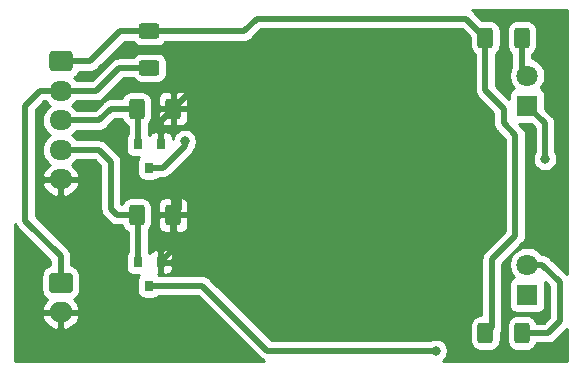
<source format=gbr>
%TF.GenerationSoftware,KiCad,Pcbnew,(6.0.4)*%
%TF.CreationDate,2022-04-25T12:40:36+02:00*%
%TF.ProjectId,switchpcb,73776974-6368-4706-9362-2e6b69636164,rev?*%
%TF.SameCoordinates,Original*%
%TF.FileFunction,Copper,L2,Bot*%
%TF.FilePolarity,Positive*%
%FSLAX46Y46*%
G04 Gerber Fmt 4.6, Leading zero omitted, Abs format (unit mm)*
G04 Created by KiCad (PCBNEW (6.0.4)) date 2022-04-25 12:40:36*
%MOMM*%
%LPD*%
G01*
G04 APERTURE LIST*
G04 Aperture macros list*
%AMRoundRect*
0 Rectangle with rounded corners*
0 $1 Rounding radius*
0 $2 $3 $4 $5 $6 $7 $8 $9 X,Y pos of 4 corners*
0 Add a 4 corners polygon primitive as box body*
4,1,4,$2,$3,$4,$5,$6,$7,$8,$9,$2,$3,0*
0 Add four circle primitives for the rounded corners*
1,1,$1+$1,$2,$3*
1,1,$1+$1,$4,$5*
1,1,$1+$1,$6,$7*
1,1,$1+$1,$8,$9*
0 Add four rect primitives between the rounded corners*
20,1,$1+$1,$2,$3,$4,$5,0*
20,1,$1+$1,$4,$5,$6,$7,0*
20,1,$1+$1,$6,$7,$8,$9,0*
20,1,$1+$1,$8,$9,$2,$3,0*%
G04 Aperture macros list end*
%TA.AperFunction,ComponentPad*%
%ADD10R,1.800000X1.800000*%
%TD*%
%TA.AperFunction,ComponentPad*%
%ADD11C,1.800000*%
%TD*%
%TA.AperFunction,ComponentPad*%
%ADD12RoundRect,0.250000X-0.750000X0.600000X-0.750000X-0.600000X0.750000X-0.600000X0.750000X0.600000X0*%
%TD*%
%TA.AperFunction,ComponentPad*%
%ADD13O,2.000000X1.700000*%
%TD*%
%TA.AperFunction,SMDPad,CuDef*%
%ADD14R,0.800000X0.900000*%
%TD*%
%TA.AperFunction,SMDPad,CuDef*%
%ADD15RoundRect,0.250000X-0.625000X0.400000X-0.625000X-0.400000X0.625000X-0.400000X0.625000X0.400000X0*%
%TD*%
%TA.AperFunction,ComponentPad*%
%ADD16RoundRect,0.250000X-0.725000X0.600000X-0.725000X-0.600000X0.725000X-0.600000X0.725000X0.600000X0*%
%TD*%
%TA.AperFunction,ComponentPad*%
%ADD17O,1.950000X1.700000*%
%TD*%
%TA.AperFunction,SMDPad,CuDef*%
%ADD18RoundRect,0.250000X-0.400000X-0.625000X0.400000X-0.625000X0.400000X0.625000X-0.400000X0.625000X0*%
%TD*%
%TA.AperFunction,WasherPad*%
%ADD19C,18.000000*%
%TD*%
%TA.AperFunction,ViaPad*%
%ADD20C,0.800000*%
%TD*%
%TA.AperFunction,Conductor*%
%ADD21C,0.500000*%
%TD*%
%TA.AperFunction,Conductor*%
%ADD22C,0.254000*%
%TD*%
G04 APERTURE END LIST*
D10*
%TO.P,D1,1*%
%TO.N,Net-(D1-Pad1)*%
X69000000Y-107750000D03*
D11*
%TO.P,D1,2*%
%TO.N,Net-(D1-Pad2)*%
X69000000Y-105210000D03*
%TD*%
D10*
%TO.P,D2,1*%
%TO.N,Net-(D2-Pad1)*%
X69000000Y-123750000D03*
D11*
%TO.P,D2,2*%
%TO.N,Net-(D2-Pad2)*%
X69000000Y-121210000D03*
%TD*%
D12*
%TO.P,J2,1*%
%TO.N,/SW*%
X29500000Y-122750000D03*
D13*
%TO.P,J2,2*%
%TO.N,GND*%
X29500000Y-125250000D03*
%TD*%
D14*
%TO.P,Q1,1*%
%TO.N,/On*%
X36050000Y-111000000D03*
%TO.P,Q1,2*%
%TO.N,GND*%
X37950000Y-111000000D03*
%TO.P,Q1,3*%
%TO.N,Net-(D1-Pad1)*%
X37000000Y-113000000D03*
%TD*%
%TO.P,Q2,1*%
%TO.N,/StompMode*%
X36050000Y-121000000D03*
%TO.P,Q2,2*%
%TO.N,GND*%
X37950000Y-121000000D03*
%TO.P,Q2,3*%
%TO.N,Net-(D2-Pad1)*%
X37000000Y-123000000D03*
%TD*%
D15*
%TO.P,R3,1*%
%TO.N,+3V3*%
X37000000Y-101450000D03*
%TO.P,R3,2*%
%TO.N,/SW*%
X37000000Y-104550000D03*
%TD*%
D16*
%TO.P,J1,1*%
%TO.N,+3V3*%
X29500000Y-104000000D03*
D17*
%TO.P,J1,2*%
%TO.N,/SW*%
X29500000Y-106500000D03*
%TO.P,J1,3*%
%TO.N,/On*%
X29500000Y-109000000D03*
%TO.P,J1,4*%
%TO.N,/StompMode*%
X29500000Y-111500000D03*
%TO.P,J1,5*%
%TO.N,GND*%
X29500000Y-114000000D03*
%TD*%
D18*
%TO.P,R1,1*%
%TO.N,+3V3*%
X65450000Y-102000000D03*
%TO.P,R1,2*%
%TO.N,Net-(D1-Pad2)*%
X68550000Y-102000000D03*
%TD*%
%TO.P,R4,1*%
%TO.N,/On*%
X35925001Y-108000000D03*
%TO.P,R4,2*%
%TO.N,GND*%
X39025001Y-108000000D03*
%TD*%
%TO.P,R5,1*%
%TO.N,/StompMode*%
X35925001Y-117000000D03*
%TO.P,R5,2*%
%TO.N,GND*%
X39025001Y-117000000D03*
%TD*%
%TO.P,R2,1*%
%TO.N,+3V3*%
X65450000Y-127000000D03*
%TO.P,R2,2*%
%TO.N,Net-(D2-Pad2)*%
X68550000Y-127000000D03*
%TD*%
D19*
%TO.P,Swtich,*%
%TO.N,*%
X54000000Y-114500000D03*
%TD*%
D20*
%TO.N,Net-(D1-Pad1)*%
X70500000Y-112250000D03*
X40000000Y-110750000D03*
%TO.N,Net-(D2-Pad1)*%
X61250000Y-128500000D03*
%TO.N,GND*%
X40500000Y-103750000D03*
X39500000Y-114500000D03*
%TD*%
D21*
%TO.N,Net-(D1-Pad1)*%
X70500000Y-109250000D02*
X69000000Y-107750000D01*
X40000000Y-111150002D02*
X40000000Y-110750000D01*
X37000000Y-113000000D02*
X38150002Y-113000000D01*
X70500000Y-112250000D02*
X70500000Y-109250000D01*
X38150002Y-113000000D02*
X40000000Y-111150002D01*
%TO.N,Net-(D1-Pad2)*%
X68550000Y-102000000D02*
X68550000Y-104760000D01*
X68550000Y-104760000D02*
X69000000Y-105210000D01*
%TO.N,Net-(D2-Pad2)*%
X68550000Y-127000000D02*
X70750000Y-127000000D01*
X70750000Y-127000000D02*
X71750000Y-126000000D01*
X71750000Y-122687208D02*
X70272792Y-121210000D01*
X71750000Y-126000000D02*
X71750000Y-122687208D01*
X70272792Y-121210000D02*
X69000000Y-121210000D01*
%TO.N,Net-(D2-Pad1)*%
X41500000Y-123000000D02*
X47000000Y-128500000D01*
X37000000Y-123000000D02*
X41500000Y-123000000D01*
X47000000Y-128500000D02*
X61250000Y-128500000D01*
%TO.N,+3V3*%
X63824990Y-100374990D02*
X65450000Y-102000000D01*
X68000000Y-110250000D02*
X68000000Y-118750000D01*
X65450000Y-106450000D02*
X67000000Y-108000000D01*
X32000000Y-104000000D02*
X34550000Y-101450000D01*
X67000000Y-109250000D02*
X68000000Y-110250000D01*
X66000000Y-120750000D02*
X66000000Y-126450000D01*
X29500000Y-104000000D02*
X32000000Y-104000000D01*
X34550000Y-101450000D02*
X37000000Y-101450000D01*
X46125010Y-100374990D02*
X63824990Y-100374990D01*
X37000000Y-101450000D02*
X45050000Y-101450000D01*
X45050000Y-101450000D02*
X46125010Y-100374990D01*
X67000000Y-108000000D02*
X67000000Y-109250000D01*
X68000000Y-118750000D02*
X66000000Y-120750000D01*
X66000000Y-126450000D02*
X65450000Y-127000000D01*
X65450000Y-102000000D02*
X65450000Y-106450000D01*
%TO.N,/SW*%
X29500000Y-120500000D02*
X26500000Y-117500000D01*
X27750000Y-106500000D02*
X29500000Y-106500000D01*
X26500000Y-117500000D02*
X26500000Y-107750000D01*
X26500000Y-107750000D02*
X27750000Y-106500000D01*
X32500000Y-106500000D02*
X34450000Y-104550000D01*
X34450000Y-104550000D02*
X37000000Y-104550000D01*
X29500000Y-106500000D02*
X32500000Y-106500000D01*
X29500000Y-122750000D02*
X29500000Y-120500000D01*
%TO.N,/On*%
X33750000Y-108000000D02*
X35925001Y-108000000D01*
X36050000Y-108124999D02*
X35925001Y-108000000D01*
X32750000Y-109000000D02*
X33750000Y-108000000D01*
X29500000Y-109000000D02*
X32750000Y-109000000D01*
X36050000Y-111000000D02*
X36050000Y-108124999D01*
%TO.N,/StompMode*%
X29500000Y-111500000D02*
X32750000Y-111500000D01*
X32750000Y-111500000D02*
X33750000Y-112500000D01*
X33750000Y-112500000D02*
X33750000Y-116500000D01*
X36050000Y-117124999D02*
X35925001Y-117000000D01*
X36050000Y-121000000D02*
X36050000Y-117124999D01*
X33750000Y-116500000D02*
X34250000Y-117000000D01*
X34250000Y-117000000D02*
X35925001Y-117000000D01*
%TO.N,GND*%
X39500000Y-116525001D02*
X39025001Y-117000000D01*
X39500000Y-114500000D02*
X39500000Y-116525001D01*
X37950000Y-111000000D02*
X37950000Y-109075001D01*
X40500000Y-106525001D02*
X39025001Y-108000000D01*
X39025001Y-119924999D02*
X37950000Y-121000000D01*
X40500000Y-103750000D02*
X40500000Y-106525001D01*
X37950000Y-109075001D02*
X39025001Y-108000000D01*
X39025001Y-117000000D02*
X39025001Y-119924999D01*
%TD*%
%TO.N,GND*%
D22*
X72340001Y-122025630D02*
X70929326Y-120614956D01*
X70901609Y-120581183D01*
X70766851Y-120470589D01*
X70613105Y-120388411D01*
X70446282Y-120337805D01*
X70316269Y-120325000D01*
X70316261Y-120325000D01*
X70272792Y-120320719D01*
X70253218Y-120322647D01*
X70192312Y-120231495D01*
X69978505Y-120017688D01*
X69727095Y-119849701D01*
X69447743Y-119733989D01*
X69151184Y-119675000D01*
X68848816Y-119675000D01*
X68552257Y-119733989D01*
X68272905Y-119849701D01*
X68021495Y-120017688D01*
X67807688Y-120231495D01*
X67639701Y-120482905D01*
X67523989Y-120762257D01*
X67465000Y-121058816D01*
X67465000Y-121361184D01*
X67523989Y-121657743D01*
X67639701Y-121937095D01*
X67807688Y-122188505D01*
X67874127Y-122254944D01*
X67855820Y-122260498D01*
X67745506Y-122319463D01*
X67648815Y-122398815D01*
X67569463Y-122495506D01*
X67510498Y-122605820D01*
X67474188Y-122725518D01*
X67461928Y-122850000D01*
X67461928Y-124650000D01*
X67474188Y-124774482D01*
X67510498Y-124894180D01*
X67569463Y-125004494D01*
X67648815Y-125101185D01*
X67745506Y-125180537D01*
X67855820Y-125239502D01*
X67975518Y-125275812D01*
X68100000Y-125288072D01*
X69900000Y-125288072D01*
X70024482Y-125275812D01*
X70144180Y-125239502D01*
X70254494Y-125180537D01*
X70351185Y-125101185D01*
X70430537Y-125004494D01*
X70489502Y-124894180D01*
X70525812Y-124774482D01*
X70538072Y-124650000D01*
X70538072Y-122850000D01*
X70525812Y-122725518D01*
X70521057Y-122709844D01*
X70865001Y-123053788D01*
X70865000Y-125633421D01*
X70383422Y-126115000D01*
X69794694Y-126115000D01*
X69770472Y-126035150D01*
X69688405Y-125881614D01*
X69577962Y-125747038D01*
X69443386Y-125636595D01*
X69289850Y-125554528D01*
X69123254Y-125503992D01*
X68950000Y-125486928D01*
X68150000Y-125486928D01*
X67976746Y-125503992D01*
X67810150Y-125554528D01*
X67656614Y-125636595D01*
X67522038Y-125747038D01*
X67411595Y-125881614D01*
X67329528Y-126035150D01*
X67278992Y-126201746D01*
X67261928Y-126375000D01*
X67261928Y-127625000D01*
X67278992Y-127798254D01*
X67329528Y-127964850D01*
X67411595Y-128118386D01*
X67522038Y-128252962D01*
X67656614Y-128363405D01*
X67810150Y-128445472D01*
X67976746Y-128496008D01*
X68150000Y-128513072D01*
X68950000Y-128513072D01*
X69123254Y-128496008D01*
X69289850Y-128445472D01*
X69443386Y-128363405D01*
X69577962Y-128252962D01*
X69688405Y-128118386D01*
X69770472Y-127964850D01*
X69794694Y-127885000D01*
X70706531Y-127885000D01*
X70750000Y-127889281D01*
X70793469Y-127885000D01*
X70793477Y-127885000D01*
X70923490Y-127872195D01*
X71090313Y-127821589D01*
X71244059Y-127739411D01*
X71378817Y-127628817D01*
X71406534Y-127595044D01*
X72340001Y-126661578D01*
X72340001Y-129340000D01*
X61855802Y-129340000D01*
X61909774Y-129303937D01*
X62053937Y-129159774D01*
X62167205Y-128990256D01*
X62245226Y-128801898D01*
X62285000Y-128601939D01*
X62285000Y-128398061D01*
X62245226Y-128198102D01*
X62167205Y-128009744D01*
X62053937Y-127840226D01*
X61909774Y-127696063D01*
X61740256Y-127582795D01*
X61551898Y-127504774D01*
X61351939Y-127465000D01*
X61148061Y-127465000D01*
X60948102Y-127504774D01*
X60759744Y-127582795D01*
X60711546Y-127615000D01*
X47366579Y-127615000D01*
X42156534Y-122404956D01*
X42128817Y-122371183D01*
X41994059Y-122260589D01*
X41840313Y-122178411D01*
X41673490Y-122127805D01*
X41543477Y-122115000D01*
X41543469Y-122115000D01*
X41500000Y-122110719D01*
X41456531Y-122115000D01*
X37864468Y-122115000D01*
X37851185Y-122098815D01*
X37754494Y-122019463D01*
X37738393Y-122010857D01*
X37823000Y-121926250D01*
X37823000Y-121127000D01*
X38077000Y-121127000D01*
X38077000Y-121926250D01*
X38235750Y-122085000D01*
X38350000Y-122088072D01*
X38474482Y-122075812D01*
X38594180Y-122039502D01*
X38704494Y-121980537D01*
X38801185Y-121901185D01*
X38880537Y-121804494D01*
X38939502Y-121694180D01*
X38975812Y-121574482D01*
X38988072Y-121450000D01*
X38985000Y-121285750D01*
X38826250Y-121127000D01*
X38077000Y-121127000D01*
X37823000Y-121127000D01*
X37803000Y-121127000D01*
X37803000Y-120873000D01*
X37823000Y-120873000D01*
X37823000Y-120073750D01*
X38077000Y-120073750D01*
X38077000Y-120873000D01*
X38826250Y-120873000D01*
X38985000Y-120714250D01*
X38988072Y-120550000D01*
X38975812Y-120425518D01*
X38939502Y-120305820D01*
X38880537Y-120195506D01*
X38801185Y-120098815D01*
X38704494Y-120019463D01*
X38594180Y-119960498D01*
X38474482Y-119924188D01*
X38350000Y-119911928D01*
X38235750Y-119915000D01*
X38077000Y-120073750D01*
X37823000Y-120073750D01*
X37664250Y-119915000D01*
X37550000Y-119911928D01*
X37425518Y-119924188D01*
X37305820Y-119960498D01*
X37195506Y-120019463D01*
X37098815Y-120098815D01*
X37019463Y-120195506D01*
X37000000Y-120231918D01*
X36980537Y-120195506D01*
X36935000Y-120140019D01*
X36935000Y-118267704D01*
X36952963Y-118252962D01*
X37063406Y-118118386D01*
X37145473Y-117964850D01*
X37172728Y-117875000D01*
X37736929Y-117875000D01*
X37749189Y-117999482D01*
X37785499Y-118119180D01*
X37844464Y-118229494D01*
X37923816Y-118326185D01*
X38020507Y-118405537D01*
X38130821Y-118464502D01*
X38250519Y-118500812D01*
X38375001Y-118513072D01*
X38739251Y-118510000D01*
X38898001Y-118351250D01*
X38898001Y-117127000D01*
X39152001Y-117127000D01*
X39152001Y-118351250D01*
X39310751Y-118510000D01*
X39675001Y-118513072D01*
X39799483Y-118500812D01*
X39919181Y-118464502D01*
X40029495Y-118405537D01*
X40126186Y-118326185D01*
X40205538Y-118229494D01*
X40264503Y-118119180D01*
X40300813Y-117999482D01*
X40313073Y-117875000D01*
X40310001Y-117285750D01*
X40151251Y-117127000D01*
X39152001Y-117127000D01*
X38898001Y-117127000D01*
X37898751Y-117127000D01*
X37740001Y-117285750D01*
X37736929Y-117875000D01*
X37172728Y-117875000D01*
X37196009Y-117798254D01*
X37213073Y-117625000D01*
X37213073Y-116375000D01*
X37196009Y-116201746D01*
X37172729Y-116125000D01*
X37736929Y-116125000D01*
X37740001Y-116714250D01*
X37898751Y-116873000D01*
X38898001Y-116873000D01*
X38898001Y-115648750D01*
X39152001Y-115648750D01*
X39152001Y-116873000D01*
X40151251Y-116873000D01*
X40310001Y-116714250D01*
X40313073Y-116125000D01*
X40300813Y-116000518D01*
X40264503Y-115880820D01*
X40205538Y-115770506D01*
X40126186Y-115673815D01*
X40029495Y-115594463D01*
X39919181Y-115535498D01*
X39799483Y-115499188D01*
X39675001Y-115486928D01*
X39310751Y-115490000D01*
X39152001Y-115648750D01*
X38898001Y-115648750D01*
X38739251Y-115490000D01*
X38375001Y-115486928D01*
X38250519Y-115499188D01*
X38130821Y-115535498D01*
X38020507Y-115594463D01*
X37923816Y-115673815D01*
X37844464Y-115770506D01*
X37785499Y-115880820D01*
X37749189Y-116000518D01*
X37736929Y-116125000D01*
X37172729Y-116125000D01*
X37145473Y-116035150D01*
X37063406Y-115881614D01*
X36952963Y-115747038D01*
X36818387Y-115636595D01*
X36664851Y-115554528D01*
X36498255Y-115503992D01*
X36325001Y-115486928D01*
X35525001Y-115486928D01*
X35351747Y-115503992D01*
X35185151Y-115554528D01*
X35031615Y-115636595D01*
X34897039Y-115747038D01*
X34786596Y-115881614D01*
X34704529Y-116035150D01*
X34680307Y-116115000D01*
X34635000Y-116115000D01*
X34635000Y-112543469D01*
X34639281Y-112500000D01*
X34635000Y-112456531D01*
X34635000Y-112456523D01*
X34622195Y-112326510D01*
X34602198Y-112260589D01*
X34571589Y-112159686D01*
X34489411Y-112005941D01*
X34406532Y-111904953D01*
X34406530Y-111904951D01*
X34378817Y-111871183D01*
X34345050Y-111843471D01*
X33406534Y-110904956D01*
X33378817Y-110871183D01*
X33244059Y-110760589D01*
X33090313Y-110678411D01*
X32923490Y-110627805D01*
X32793477Y-110615000D01*
X32793469Y-110615000D01*
X32750000Y-110610719D01*
X32706531Y-110615000D01*
X30819759Y-110615000D01*
X30680134Y-110444866D01*
X30454014Y-110259294D01*
X30436626Y-110250000D01*
X30454014Y-110240706D01*
X30680134Y-110055134D01*
X30819759Y-109885000D01*
X32706531Y-109885000D01*
X32750000Y-109889281D01*
X32793469Y-109885000D01*
X32793477Y-109885000D01*
X32923490Y-109872195D01*
X33090313Y-109821589D01*
X33244059Y-109739411D01*
X33378817Y-109628817D01*
X33406534Y-109595044D01*
X34116579Y-108885000D01*
X34680307Y-108885000D01*
X34704529Y-108964850D01*
X34786596Y-109118386D01*
X34897039Y-109252962D01*
X35031615Y-109363405D01*
X35165001Y-109434701D01*
X35165000Y-110140018D01*
X35119463Y-110195506D01*
X35060498Y-110305820D01*
X35024188Y-110425518D01*
X35011928Y-110550000D01*
X35011928Y-111450000D01*
X35024188Y-111574482D01*
X35060498Y-111694180D01*
X35119463Y-111804494D01*
X35198815Y-111901185D01*
X35295506Y-111980537D01*
X35405820Y-112039502D01*
X35525518Y-112075812D01*
X35650000Y-112088072D01*
X36161905Y-112088072D01*
X36148815Y-112098815D01*
X36069463Y-112195506D01*
X36010498Y-112305820D01*
X35974188Y-112425518D01*
X35961928Y-112550000D01*
X35961928Y-113450000D01*
X35974188Y-113574482D01*
X36010498Y-113694180D01*
X36069463Y-113804494D01*
X36148815Y-113901185D01*
X36245506Y-113980537D01*
X36355820Y-114039502D01*
X36475518Y-114075812D01*
X36600000Y-114088072D01*
X37400000Y-114088072D01*
X37524482Y-114075812D01*
X37644180Y-114039502D01*
X37754494Y-113980537D01*
X37807953Y-113936664D01*
X46842134Y-113936664D01*
X46842134Y-115063336D01*
X47018384Y-116176138D01*
X47366545Y-117247667D01*
X47878044Y-118251540D01*
X48540285Y-119163037D01*
X49336963Y-119959715D01*
X50248460Y-120621956D01*
X51252333Y-121133455D01*
X52323862Y-121481616D01*
X53436664Y-121657866D01*
X54563336Y-121657866D01*
X55676138Y-121481616D01*
X56747667Y-121133455D01*
X57751540Y-120621956D01*
X58663037Y-119959715D01*
X59459715Y-119163037D01*
X60121956Y-118251540D01*
X60633455Y-117247667D01*
X60981616Y-116176138D01*
X61157866Y-115063336D01*
X61157866Y-113936664D01*
X60981616Y-112823862D01*
X60633455Y-111752333D01*
X60121956Y-110748460D01*
X59459715Y-109836963D01*
X58663037Y-109040285D01*
X57751540Y-108378044D01*
X56747667Y-107866545D01*
X55676138Y-107518384D01*
X54563336Y-107342134D01*
X53436664Y-107342134D01*
X52323862Y-107518384D01*
X51252333Y-107866545D01*
X50248460Y-108378044D01*
X49336963Y-109040285D01*
X48540285Y-109836963D01*
X47878044Y-110748460D01*
X47366545Y-111752333D01*
X47018384Y-112823862D01*
X46842134Y-113936664D01*
X37807953Y-113936664D01*
X37851185Y-113901185D01*
X37864468Y-113885000D01*
X38106533Y-113885000D01*
X38150002Y-113889281D01*
X38193471Y-113885000D01*
X38193479Y-113885000D01*
X38323492Y-113872195D01*
X38490315Y-113821589D01*
X38644061Y-113739411D01*
X38778819Y-113628817D01*
X38806536Y-113595044D01*
X40595050Y-111806531D01*
X40628817Y-111778819D01*
X40739411Y-111644061D01*
X40821589Y-111490315D01*
X40872195Y-111323492D01*
X40874029Y-111304874D01*
X40917205Y-111240256D01*
X40995226Y-111051898D01*
X41035000Y-110851939D01*
X41035000Y-110648061D01*
X40995226Y-110448102D01*
X40917205Y-110259744D01*
X40803937Y-110090226D01*
X40659774Y-109946063D01*
X40490256Y-109832795D01*
X40301898Y-109754774D01*
X40101939Y-109715000D01*
X39898061Y-109715000D01*
X39698102Y-109754774D01*
X39509744Y-109832795D01*
X39340226Y-109946063D01*
X39196063Y-110090226D01*
X39082795Y-110259744D01*
X39004774Y-110448102D01*
X38986891Y-110538007D01*
X38975812Y-110425518D01*
X38939502Y-110305820D01*
X38880537Y-110195506D01*
X38801185Y-110098815D01*
X38704494Y-110019463D01*
X38594180Y-109960498D01*
X38474482Y-109924188D01*
X38350000Y-109911928D01*
X38235750Y-109915000D01*
X38077000Y-110073750D01*
X38077000Y-110873000D01*
X38097000Y-110873000D01*
X38097000Y-111127000D01*
X38077000Y-111127000D01*
X38077000Y-111147000D01*
X37823000Y-111147000D01*
X37823000Y-111127000D01*
X37803000Y-111127000D01*
X37803000Y-110873000D01*
X37823000Y-110873000D01*
X37823000Y-110073750D01*
X37664250Y-109915000D01*
X37550000Y-109911928D01*
X37425518Y-109924188D01*
X37305820Y-109960498D01*
X37195506Y-110019463D01*
X37098815Y-110098815D01*
X37019463Y-110195506D01*
X37000000Y-110231918D01*
X36980537Y-110195506D01*
X36935000Y-110140019D01*
X36935000Y-109267704D01*
X36952963Y-109252962D01*
X37063406Y-109118386D01*
X37145473Y-108964850D01*
X37172728Y-108875000D01*
X37736929Y-108875000D01*
X37749189Y-108999482D01*
X37785499Y-109119180D01*
X37844464Y-109229494D01*
X37923816Y-109326185D01*
X38020507Y-109405537D01*
X38130821Y-109464502D01*
X38250519Y-109500812D01*
X38375001Y-109513072D01*
X38739251Y-109510000D01*
X38898001Y-109351250D01*
X38898001Y-108127000D01*
X39152001Y-108127000D01*
X39152001Y-109351250D01*
X39310751Y-109510000D01*
X39675001Y-109513072D01*
X39799483Y-109500812D01*
X39919181Y-109464502D01*
X40029495Y-109405537D01*
X40126186Y-109326185D01*
X40205538Y-109229494D01*
X40264503Y-109119180D01*
X40300813Y-108999482D01*
X40313073Y-108875000D01*
X40310001Y-108285750D01*
X40151251Y-108127000D01*
X39152001Y-108127000D01*
X38898001Y-108127000D01*
X37898751Y-108127000D01*
X37740001Y-108285750D01*
X37736929Y-108875000D01*
X37172728Y-108875000D01*
X37196009Y-108798254D01*
X37213073Y-108625000D01*
X37213073Y-107375000D01*
X37196009Y-107201746D01*
X37172729Y-107125000D01*
X37736929Y-107125000D01*
X37740001Y-107714250D01*
X37898751Y-107873000D01*
X38898001Y-107873000D01*
X38898001Y-106648750D01*
X39152001Y-106648750D01*
X39152001Y-107873000D01*
X40151251Y-107873000D01*
X40310001Y-107714250D01*
X40313073Y-107125000D01*
X40300813Y-107000518D01*
X40264503Y-106880820D01*
X40205538Y-106770506D01*
X40126186Y-106673815D01*
X40029495Y-106594463D01*
X39919181Y-106535498D01*
X39799483Y-106499188D01*
X39675001Y-106486928D01*
X39310751Y-106490000D01*
X39152001Y-106648750D01*
X38898001Y-106648750D01*
X38739251Y-106490000D01*
X38375001Y-106486928D01*
X38250519Y-106499188D01*
X38130821Y-106535498D01*
X38020507Y-106594463D01*
X37923816Y-106673815D01*
X37844464Y-106770506D01*
X37785499Y-106880820D01*
X37749189Y-107000518D01*
X37736929Y-107125000D01*
X37172729Y-107125000D01*
X37145473Y-107035150D01*
X37063406Y-106881614D01*
X36952963Y-106747038D01*
X36818387Y-106636595D01*
X36664851Y-106554528D01*
X36498255Y-106503992D01*
X36325001Y-106486928D01*
X35525001Y-106486928D01*
X35351747Y-106503992D01*
X35185151Y-106554528D01*
X35031615Y-106636595D01*
X34897039Y-106747038D01*
X34786596Y-106881614D01*
X34704529Y-107035150D01*
X34680307Y-107115000D01*
X33793469Y-107115000D01*
X33750000Y-107110719D01*
X33706531Y-107115000D01*
X33706523Y-107115000D01*
X33576510Y-107127805D01*
X33409686Y-107178411D01*
X33255941Y-107260589D01*
X33154953Y-107343468D01*
X33154951Y-107343470D01*
X33121183Y-107371183D01*
X33093470Y-107404951D01*
X32383422Y-108115000D01*
X30819759Y-108115000D01*
X30680134Y-107944866D01*
X30454014Y-107759294D01*
X30436626Y-107750000D01*
X30454014Y-107740706D01*
X30680134Y-107555134D01*
X30819759Y-107385000D01*
X32456531Y-107385000D01*
X32500000Y-107389281D01*
X32543469Y-107385000D01*
X32543477Y-107385000D01*
X32673490Y-107372195D01*
X32840313Y-107321589D01*
X32994059Y-107239411D01*
X33128817Y-107128817D01*
X33156534Y-107095044D01*
X34816579Y-105435000D01*
X35632113Y-105435000D01*
X35636595Y-105443386D01*
X35747038Y-105577962D01*
X35881614Y-105688405D01*
X36035150Y-105770472D01*
X36201746Y-105821008D01*
X36375000Y-105838072D01*
X37625000Y-105838072D01*
X37798254Y-105821008D01*
X37964850Y-105770472D01*
X38118386Y-105688405D01*
X38252962Y-105577962D01*
X38363405Y-105443386D01*
X38445472Y-105289850D01*
X38496008Y-105123254D01*
X38513072Y-104950000D01*
X38513072Y-104150000D01*
X38496008Y-103976746D01*
X38445472Y-103810150D01*
X38363405Y-103656614D01*
X38252962Y-103522038D01*
X38118386Y-103411595D01*
X37964850Y-103329528D01*
X37798254Y-103278992D01*
X37625000Y-103261928D01*
X36375000Y-103261928D01*
X36201746Y-103278992D01*
X36035150Y-103329528D01*
X35881614Y-103411595D01*
X35747038Y-103522038D01*
X35636595Y-103656614D01*
X35632113Y-103665000D01*
X34493465Y-103665000D01*
X34449999Y-103660719D01*
X34406533Y-103665000D01*
X34406523Y-103665000D01*
X34276510Y-103677805D01*
X34109687Y-103728411D01*
X33955941Y-103810589D01*
X33955939Y-103810590D01*
X33955940Y-103810590D01*
X33854953Y-103893468D01*
X33854951Y-103893470D01*
X33821183Y-103921183D01*
X33793470Y-103954951D01*
X32133422Y-105615000D01*
X30819759Y-105615000D01*
X30680134Y-105444866D01*
X30616663Y-105392777D01*
X30718386Y-105338405D01*
X30852962Y-105227962D01*
X30963405Y-105093386D01*
X31045472Y-104939850D01*
X31062110Y-104885000D01*
X31956531Y-104885000D01*
X32000000Y-104889281D01*
X32043469Y-104885000D01*
X32043477Y-104885000D01*
X32173490Y-104872195D01*
X32340313Y-104821589D01*
X32494059Y-104739411D01*
X32628817Y-104628817D01*
X32656534Y-104595044D01*
X34916579Y-102335000D01*
X35632113Y-102335000D01*
X35636595Y-102343386D01*
X35747038Y-102477962D01*
X35881614Y-102588405D01*
X36035150Y-102670472D01*
X36201746Y-102721008D01*
X36375000Y-102738072D01*
X37625000Y-102738072D01*
X37798254Y-102721008D01*
X37964850Y-102670472D01*
X38118386Y-102588405D01*
X38252962Y-102477962D01*
X38363405Y-102343386D01*
X38367887Y-102335000D01*
X45006531Y-102335000D01*
X45050000Y-102339281D01*
X45093469Y-102335000D01*
X45093477Y-102335000D01*
X45223490Y-102322195D01*
X45390313Y-102271589D01*
X45544059Y-102189411D01*
X45678817Y-102078817D01*
X45706534Y-102045044D01*
X46491589Y-101259990D01*
X63458412Y-101259990D01*
X64161928Y-101963507D01*
X64161928Y-102625000D01*
X64178992Y-102798254D01*
X64229528Y-102964850D01*
X64311595Y-103118386D01*
X64422038Y-103252962D01*
X64556614Y-103363405D01*
X64565000Y-103367888D01*
X64565001Y-106406521D01*
X64560719Y-106450000D01*
X64577805Y-106623490D01*
X64628412Y-106790313D01*
X64710590Y-106944059D01*
X64793468Y-107045046D01*
X64793471Y-107045049D01*
X64821184Y-107078817D01*
X64854951Y-107106529D01*
X66115000Y-108366579D01*
X66115001Y-109206522D01*
X66110719Y-109250000D01*
X66127805Y-109423490D01*
X66178412Y-109590313D01*
X66260590Y-109744059D01*
X66343468Y-109845046D01*
X66343471Y-109845049D01*
X66371184Y-109878817D01*
X66404951Y-109906529D01*
X67115000Y-110616579D01*
X67115001Y-118383420D01*
X65404956Y-120093466D01*
X65371183Y-120121183D01*
X65260589Y-120255942D01*
X65178411Y-120409688D01*
X65127805Y-120576511D01*
X65115000Y-120706524D01*
X65115000Y-120706531D01*
X65110719Y-120750000D01*
X65115000Y-120793469D01*
X65115001Y-125486928D01*
X65050000Y-125486928D01*
X64876746Y-125503992D01*
X64710150Y-125554528D01*
X64556614Y-125636595D01*
X64422038Y-125747038D01*
X64311595Y-125881614D01*
X64229528Y-126035150D01*
X64178992Y-126201746D01*
X64161928Y-126375000D01*
X64161928Y-127625000D01*
X64178992Y-127798254D01*
X64229528Y-127964850D01*
X64311595Y-128118386D01*
X64422038Y-128252962D01*
X64556614Y-128363405D01*
X64710150Y-128445472D01*
X64876746Y-128496008D01*
X65050000Y-128513072D01*
X65850000Y-128513072D01*
X66023254Y-128496008D01*
X66189850Y-128445472D01*
X66343386Y-128363405D01*
X66477962Y-128252962D01*
X66588405Y-128118386D01*
X66670472Y-127964850D01*
X66721008Y-127798254D01*
X66738072Y-127625000D01*
X66738072Y-126945691D01*
X66739411Y-126944059D01*
X66821589Y-126790313D01*
X66872195Y-126623490D01*
X66885000Y-126493477D01*
X66885000Y-126493467D01*
X66889281Y-126450001D01*
X66885000Y-126406535D01*
X66885000Y-121116578D01*
X68595049Y-119406530D01*
X68628817Y-119378817D01*
X68739411Y-119244059D01*
X68821589Y-119090313D01*
X68872195Y-118923490D01*
X68885000Y-118793477D01*
X68885000Y-118793467D01*
X68889281Y-118750001D01*
X68885000Y-118706535D01*
X68885000Y-110293469D01*
X68889281Y-110250000D01*
X68885000Y-110206531D01*
X68885000Y-110206523D01*
X68872195Y-110076510D01*
X68852198Y-110010589D01*
X68821589Y-109909686D01*
X68739411Y-109755941D01*
X68656532Y-109654953D01*
X68656530Y-109654951D01*
X68628817Y-109621183D01*
X68595050Y-109593471D01*
X68289651Y-109288072D01*
X69286493Y-109288072D01*
X69615001Y-109616580D01*
X69615000Y-111711545D01*
X69582795Y-111759744D01*
X69504774Y-111948102D01*
X69465000Y-112148061D01*
X69465000Y-112351939D01*
X69504774Y-112551898D01*
X69582795Y-112740256D01*
X69696063Y-112909774D01*
X69840226Y-113053937D01*
X70009744Y-113167205D01*
X70198102Y-113245226D01*
X70398061Y-113285000D01*
X70601939Y-113285000D01*
X70801898Y-113245226D01*
X70990256Y-113167205D01*
X71159774Y-113053937D01*
X71303937Y-112909774D01*
X71417205Y-112740256D01*
X71495226Y-112551898D01*
X71535000Y-112351939D01*
X71535000Y-112148061D01*
X71495226Y-111948102D01*
X71417205Y-111759744D01*
X71385000Y-111711546D01*
X71385000Y-109293465D01*
X71389281Y-109249999D01*
X71385000Y-109206533D01*
X71385000Y-109206523D01*
X71372195Y-109076510D01*
X71321589Y-108909687D01*
X71239411Y-108755941D01*
X71200796Y-108708889D01*
X71156532Y-108654953D01*
X71156530Y-108654951D01*
X71128817Y-108621183D01*
X71095049Y-108593470D01*
X70538072Y-108036493D01*
X70538072Y-106850000D01*
X70525812Y-106725518D01*
X70489502Y-106605820D01*
X70430537Y-106495506D01*
X70351185Y-106398815D01*
X70254494Y-106319463D01*
X70144180Y-106260498D01*
X70125873Y-106254944D01*
X70192312Y-106188505D01*
X70360299Y-105937095D01*
X70476011Y-105657743D01*
X70535000Y-105361184D01*
X70535000Y-105058816D01*
X70476011Y-104762257D01*
X70360299Y-104482905D01*
X70192312Y-104231495D01*
X69978505Y-104017688D01*
X69727095Y-103849701D01*
X69447743Y-103733989D01*
X69435000Y-103731454D01*
X69435000Y-103367887D01*
X69443386Y-103363405D01*
X69577962Y-103252962D01*
X69688405Y-103118386D01*
X69770472Y-102964850D01*
X69821008Y-102798254D01*
X69838072Y-102625000D01*
X69838072Y-101375000D01*
X69821008Y-101201746D01*
X69770472Y-101035150D01*
X69688405Y-100881614D01*
X69577962Y-100747038D01*
X69443386Y-100636595D01*
X69289850Y-100554528D01*
X69123254Y-100503992D01*
X68950000Y-100486928D01*
X68150000Y-100486928D01*
X67976746Y-100503992D01*
X67810150Y-100554528D01*
X67656614Y-100636595D01*
X67522038Y-100747038D01*
X67411595Y-100881614D01*
X67329528Y-101035150D01*
X67278992Y-101201746D01*
X67261928Y-101375000D01*
X67261928Y-102625000D01*
X67278992Y-102798254D01*
X67329528Y-102964850D01*
X67411595Y-103118386D01*
X67522038Y-103252962D01*
X67656614Y-103363405D01*
X67665000Y-103367888D01*
X67665001Y-104445041D01*
X67639701Y-104482905D01*
X67523989Y-104762257D01*
X67465000Y-105058816D01*
X67465000Y-105361184D01*
X67523989Y-105657743D01*
X67639701Y-105937095D01*
X67807688Y-106188505D01*
X67874127Y-106254944D01*
X67855820Y-106260498D01*
X67745506Y-106319463D01*
X67648815Y-106398815D01*
X67569463Y-106495506D01*
X67510498Y-106605820D01*
X67474188Y-106725518D01*
X67461928Y-106850000D01*
X67461928Y-107210349D01*
X66335000Y-106083422D01*
X66335000Y-103367887D01*
X66343386Y-103363405D01*
X66477962Y-103252962D01*
X66588405Y-103118386D01*
X66670472Y-102964850D01*
X66721008Y-102798254D01*
X66738072Y-102625000D01*
X66738072Y-101375000D01*
X66721008Y-101201746D01*
X66670472Y-101035150D01*
X66588405Y-100881614D01*
X66477962Y-100747038D01*
X66343386Y-100636595D01*
X66189850Y-100554528D01*
X66023254Y-100503992D01*
X65850000Y-100486928D01*
X65188506Y-100486928D01*
X64481524Y-99779946D01*
X64453807Y-99746173D01*
X64348806Y-99660000D01*
X72340000Y-99660000D01*
X72340001Y-122025630D01*
X72340001Y-122025630D02*
X72340000Y-99660000D01*
%TA.AperFunction,Conductor*%
G36*
X72340001Y-122025630D02*
G01*
X70929326Y-120614956D01*
X70901609Y-120581183D01*
X70766851Y-120470589D01*
X70613105Y-120388411D01*
X70446282Y-120337805D01*
X70316269Y-120325000D01*
X70316261Y-120325000D01*
X70272792Y-120320719D01*
X70253218Y-120322647D01*
X70192312Y-120231495D01*
X69978505Y-120017688D01*
X69727095Y-119849701D01*
X69447743Y-119733989D01*
X69151184Y-119675000D01*
X68848816Y-119675000D01*
X68552257Y-119733989D01*
X68272905Y-119849701D01*
X68021495Y-120017688D01*
X67807688Y-120231495D01*
X67639701Y-120482905D01*
X67523989Y-120762257D01*
X67465000Y-121058816D01*
X67465000Y-121361184D01*
X67523989Y-121657743D01*
X67639701Y-121937095D01*
X67807688Y-122188505D01*
X67874127Y-122254944D01*
X67855820Y-122260498D01*
X67745506Y-122319463D01*
X67648815Y-122398815D01*
X67569463Y-122495506D01*
X67510498Y-122605820D01*
X67474188Y-122725518D01*
X67461928Y-122850000D01*
X67461928Y-124650000D01*
X67474188Y-124774482D01*
X67510498Y-124894180D01*
X67569463Y-125004494D01*
X67648815Y-125101185D01*
X67745506Y-125180537D01*
X67855820Y-125239502D01*
X67975518Y-125275812D01*
X68100000Y-125288072D01*
X69900000Y-125288072D01*
X70024482Y-125275812D01*
X70144180Y-125239502D01*
X70254494Y-125180537D01*
X70351185Y-125101185D01*
X70430537Y-125004494D01*
X70489502Y-124894180D01*
X70525812Y-124774482D01*
X70538072Y-124650000D01*
X70538072Y-122850000D01*
X70525812Y-122725518D01*
X70521057Y-122709844D01*
X70865001Y-123053788D01*
X70865000Y-125633421D01*
X70383422Y-126115000D01*
X69794694Y-126115000D01*
X69770472Y-126035150D01*
X69688405Y-125881614D01*
X69577962Y-125747038D01*
X69443386Y-125636595D01*
X69289850Y-125554528D01*
X69123254Y-125503992D01*
X68950000Y-125486928D01*
X68150000Y-125486928D01*
X67976746Y-125503992D01*
X67810150Y-125554528D01*
X67656614Y-125636595D01*
X67522038Y-125747038D01*
X67411595Y-125881614D01*
X67329528Y-126035150D01*
X67278992Y-126201746D01*
X67261928Y-126375000D01*
X67261928Y-127625000D01*
X67278992Y-127798254D01*
X67329528Y-127964850D01*
X67411595Y-128118386D01*
X67522038Y-128252962D01*
X67656614Y-128363405D01*
X67810150Y-128445472D01*
X67976746Y-128496008D01*
X68150000Y-128513072D01*
X68950000Y-128513072D01*
X69123254Y-128496008D01*
X69289850Y-128445472D01*
X69443386Y-128363405D01*
X69577962Y-128252962D01*
X69688405Y-128118386D01*
X69770472Y-127964850D01*
X69794694Y-127885000D01*
X70706531Y-127885000D01*
X70750000Y-127889281D01*
X70793469Y-127885000D01*
X70793477Y-127885000D01*
X70923490Y-127872195D01*
X71090313Y-127821589D01*
X71244059Y-127739411D01*
X71378817Y-127628817D01*
X71406534Y-127595044D01*
X72340001Y-126661578D01*
X72340001Y-129340000D01*
X61855802Y-129340000D01*
X61909774Y-129303937D01*
X62053937Y-129159774D01*
X62167205Y-128990256D01*
X62245226Y-128801898D01*
X62285000Y-128601939D01*
X62285000Y-128398061D01*
X62245226Y-128198102D01*
X62167205Y-128009744D01*
X62053937Y-127840226D01*
X61909774Y-127696063D01*
X61740256Y-127582795D01*
X61551898Y-127504774D01*
X61351939Y-127465000D01*
X61148061Y-127465000D01*
X60948102Y-127504774D01*
X60759744Y-127582795D01*
X60711546Y-127615000D01*
X47366579Y-127615000D01*
X42156534Y-122404956D01*
X42128817Y-122371183D01*
X41994059Y-122260589D01*
X41840313Y-122178411D01*
X41673490Y-122127805D01*
X41543477Y-122115000D01*
X41543469Y-122115000D01*
X41500000Y-122110719D01*
X41456531Y-122115000D01*
X37864468Y-122115000D01*
X37851185Y-122098815D01*
X37754494Y-122019463D01*
X37738393Y-122010857D01*
X37823000Y-121926250D01*
X37823000Y-121127000D01*
X38077000Y-121127000D01*
X38077000Y-121926250D01*
X38235750Y-122085000D01*
X38350000Y-122088072D01*
X38474482Y-122075812D01*
X38594180Y-122039502D01*
X38704494Y-121980537D01*
X38801185Y-121901185D01*
X38880537Y-121804494D01*
X38939502Y-121694180D01*
X38975812Y-121574482D01*
X38988072Y-121450000D01*
X38985000Y-121285750D01*
X38826250Y-121127000D01*
X38077000Y-121127000D01*
X37823000Y-121127000D01*
X37803000Y-121127000D01*
X37803000Y-120873000D01*
X37823000Y-120873000D01*
X37823000Y-120073750D01*
X38077000Y-120073750D01*
X38077000Y-120873000D01*
X38826250Y-120873000D01*
X38985000Y-120714250D01*
X38988072Y-120550000D01*
X38975812Y-120425518D01*
X38939502Y-120305820D01*
X38880537Y-120195506D01*
X38801185Y-120098815D01*
X38704494Y-120019463D01*
X38594180Y-119960498D01*
X38474482Y-119924188D01*
X38350000Y-119911928D01*
X38235750Y-119915000D01*
X38077000Y-120073750D01*
X37823000Y-120073750D01*
X37664250Y-119915000D01*
X37550000Y-119911928D01*
X37425518Y-119924188D01*
X37305820Y-119960498D01*
X37195506Y-120019463D01*
X37098815Y-120098815D01*
X37019463Y-120195506D01*
X37000000Y-120231918D01*
X36980537Y-120195506D01*
X36935000Y-120140019D01*
X36935000Y-118267704D01*
X36952963Y-118252962D01*
X37063406Y-118118386D01*
X37145473Y-117964850D01*
X37172728Y-117875000D01*
X37736929Y-117875000D01*
X37749189Y-117999482D01*
X37785499Y-118119180D01*
X37844464Y-118229494D01*
X37923816Y-118326185D01*
X38020507Y-118405537D01*
X38130821Y-118464502D01*
X38250519Y-118500812D01*
X38375001Y-118513072D01*
X38739251Y-118510000D01*
X38898001Y-118351250D01*
X38898001Y-117127000D01*
X39152001Y-117127000D01*
X39152001Y-118351250D01*
X39310751Y-118510000D01*
X39675001Y-118513072D01*
X39799483Y-118500812D01*
X39919181Y-118464502D01*
X40029495Y-118405537D01*
X40126186Y-118326185D01*
X40205538Y-118229494D01*
X40264503Y-118119180D01*
X40300813Y-117999482D01*
X40313073Y-117875000D01*
X40310001Y-117285750D01*
X40151251Y-117127000D01*
X39152001Y-117127000D01*
X38898001Y-117127000D01*
X37898751Y-117127000D01*
X37740001Y-117285750D01*
X37736929Y-117875000D01*
X37172728Y-117875000D01*
X37196009Y-117798254D01*
X37213073Y-117625000D01*
X37213073Y-116375000D01*
X37196009Y-116201746D01*
X37172729Y-116125000D01*
X37736929Y-116125000D01*
X37740001Y-116714250D01*
X37898751Y-116873000D01*
X38898001Y-116873000D01*
X38898001Y-115648750D01*
X39152001Y-115648750D01*
X39152001Y-116873000D01*
X40151251Y-116873000D01*
X40310001Y-116714250D01*
X40313073Y-116125000D01*
X40300813Y-116000518D01*
X40264503Y-115880820D01*
X40205538Y-115770506D01*
X40126186Y-115673815D01*
X40029495Y-115594463D01*
X39919181Y-115535498D01*
X39799483Y-115499188D01*
X39675001Y-115486928D01*
X39310751Y-115490000D01*
X39152001Y-115648750D01*
X38898001Y-115648750D01*
X38739251Y-115490000D01*
X38375001Y-115486928D01*
X38250519Y-115499188D01*
X38130821Y-115535498D01*
X38020507Y-115594463D01*
X37923816Y-115673815D01*
X37844464Y-115770506D01*
X37785499Y-115880820D01*
X37749189Y-116000518D01*
X37736929Y-116125000D01*
X37172729Y-116125000D01*
X37145473Y-116035150D01*
X37063406Y-115881614D01*
X36952963Y-115747038D01*
X36818387Y-115636595D01*
X36664851Y-115554528D01*
X36498255Y-115503992D01*
X36325001Y-115486928D01*
X35525001Y-115486928D01*
X35351747Y-115503992D01*
X35185151Y-115554528D01*
X35031615Y-115636595D01*
X34897039Y-115747038D01*
X34786596Y-115881614D01*
X34704529Y-116035150D01*
X34680307Y-116115000D01*
X34635000Y-116115000D01*
X34635000Y-112543469D01*
X34639281Y-112500000D01*
X34635000Y-112456531D01*
X34635000Y-112456523D01*
X34622195Y-112326510D01*
X34602198Y-112260589D01*
X34571589Y-112159686D01*
X34489411Y-112005941D01*
X34406532Y-111904953D01*
X34406530Y-111904951D01*
X34378817Y-111871183D01*
X34345050Y-111843471D01*
X33406534Y-110904956D01*
X33378817Y-110871183D01*
X33244059Y-110760589D01*
X33090313Y-110678411D01*
X32923490Y-110627805D01*
X32793477Y-110615000D01*
X32793469Y-110615000D01*
X32750000Y-110610719D01*
X32706531Y-110615000D01*
X30819759Y-110615000D01*
X30680134Y-110444866D01*
X30454014Y-110259294D01*
X30436626Y-110250000D01*
X30454014Y-110240706D01*
X30680134Y-110055134D01*
X30819759Y-109885000D01*
X32706531Y-109885000D01*
X32750000Y-109889281D01*
X32793469Y-109885000D01*
X32793477Y-109885000D01*
X32923490Y-109872195D01*
X33090313Y-109821589D01*
X33244059Y-109739411D01*
X33378817Y-109628817D01*
X33406534Y-109595044D01*
X34116579Y-108885000D01*
X34680307Y-108885000D01*
X34704529Y-108964850D01*
X34786596Y-109118386D01*
X34897039Y-109252962D01*
X35031615Y-109363405D01*
X35165001Y-109434701D01*
X35165000Y-110140018D01*
X35119463Y-110195506D01*
X35060498Y-110305820D01*
X35024188Y-110425518D01*
X35011928Y-110550000D01*
X35011928Y-111450000D01*
X35024188Y-111574482D01*
X35060498Y-111694180D01*
X35119463Y-111804494D01*
X35198815Y-111901185D01*
X35295506Y-111980537D01*
X35405820Y-112039502D01*
X35525518Y-112075812D01*
X35650000Y-112088072D01*
X36161905Y-112088072D01*
X36148815Y-112098815D01*
X36069463Y-112195506D01*
X36010498Y-112305820D01*
X35974188Y-112425518D01*
X35961928Y-112550000D01*
X35961928Y-113450000D01*
X35974188Y-113574482D01*
X36010498Y-113694180D01*
X36069463Y-113804494D01*
X36148815Y-113901185D01*
X36245506Y-113980537D01*
X36355820Y-114039502D01*
X36475518Y-114075812D01*
X36600000Y-114088072D01*
X37400000Y-114088072D01*
X37524482Y-114075812D01*
X37644180Y-114039502D01*
X37754494Y-113980537D01*
X37807953Y-113936664D01*
X46842134Y-113936664D01*
X46842134Y-115063336D01*
X47018384Y-116176138D01*
X47366545Y-117247667D01*
X47878044Y-118251540D01*
X48540285Y-119163037D01*
X49336963Y-119959715D01*
X50248460Y-120621956D01*
X51252333Y-121133455D01*
X52323862Y-121481616D01*
X53436664Y-121657866D01*
X54563336Y-121657866D01*
X55676138Y-121481616D01*
X56747667Y-121133455D01*
X57751540Y-120621956D01*
X58663037Y-119959715D01*
X59459715Y-119163037D01*
X60121956Y-118251540D01*
X60633455Y-117247667D01*
X60981616Y-116176138D01*
X61157866Y-115063336D01*
X61157866Y-113936664D01*
X60981616Y-112823862D01*
X60633455Y-111752333D01*
X60121956Y-110748460D01*
X59459715Y-109836963D01*
X58663037Y-109040285D01*
X57751540Y-108378044D01*
X56747667Y-107866545D01*
X55676138Y-107518384D01*
X54563336Y-107342134D01*
X53436664Y-107342134D01*
X52323862Y-107518384D01*
X51252333Y-107866545D01*
X50248460Y-108378044D01*
X49336963Y-109040285D01*
X48540285Y-109836963D01*
X47878044Y-110748460D01*
X47366545Y-111752333D01*
X47018384Y-112823862D01*
X46842134Y-113936664D01*
X37807953Y-113936664D01*
X37851185Y-113901185D01*
X37864468Y-113885000D01*
X38106533Y-113885000D01*
X38150002Y-113889281D01*
X38193471Y-113885000D01*
X38193479Y-113885000D01*
X38323492Y-113872195D01*
X38490315Y-113821589D01*
X38644061Y-113739411D01*
X38778819Y-113628817D01*
X38806536Y-113595044D01*
X40595050Y-111806531D01*
X40628817Y-111778819D01*
X40739411Y-111644061D01*
X40821589Y-111490315D01*
X40872195Y-111323492D01*
X40874029Y-111304874D01*
X40917205Y-111240256D01*
X40995226Y-111051898D01*
X41035000Y-110851939D01*
X41035000Y-110648061D01*
X40995226Y-110448102D01*
X40917205Y-110259744D01*
X40803937Y-110090226D01*
X40659774Y-109946063D01*
X40490256Y-109832795D01*
X40301898Y-109754774D01*
X40101939Y-109715000D01*
X39898061Y-109715000D01*
X39698102Y-109754774D01*
X39509744Y-109832795D01*
X39340226Y-109946063D01*
X39196063Y-110090226D01*
X39082795Y-110259744D01*
X39004774Y-110448102D01*
X38986891Y-110538007D01*
X38975812Y-110425518D01*
X38939502Y-110305820D01*
X38880537Y-110195506D01*
X38801185Y-110098815D01*
X38704494Y-110019463D01*
X38594180Y-109960498D01*
X38474482Y-109924188D01*
X38350000Y-109911928D01*
X38235750Y-109915000D01*
X38077000Y-110073750D01*
X38077000Y-110873000D01*
X38097000Y-110873000D01*
X38097000Y-111127000D01*
X38077000Y-111127000D01*
X38077000Y-111147000D01*
X37823000Y-111147000D01*
X37823000Y-111127000D01*
X37803000Y-111127000D01*
X37803000Y-110873000D01*
X37823000Y-110873000D01*
X37823000Y-110073750D01*
X37664250Y-109915000D01*
X37550000Y-109911928D01*
X37425518Y-109924188D01*
X37305820Y-109960498D01*
X37195506Y-110019463D01*
X37098815Y-110098815D01*
X37019463Y-110195506D01*
X37000000Y-110231918D01*
X36980537Y-110195506D01*
X36935000Y-110140019D01*
X36935000Y-109267704D01*
X36952963Y-109252962D01*
X37063406Y-109118386D01*
X37145473Y-108964850D01*
X37172728Y-108875000D01*
X37736929Y-108875000D01*
X37749189Y-108999482D01*
X37785499Y-109119180D01*
X37844464Y-109229494D01*
X37923816Y-109326185D01*
X38020507Y-109405537D01*
X38130821Y-109464502D01*
X38250519Y-109500812D01*
X38375001Y-109513072D01*
X38739251Y-109510000D01*
X38898001Y-109351250D01*
X38898001Y-108127000D01*
X39152001Y-108127000D01*
X39152001Y-109351250D01*
X39310751Y-109510000D01*
X39675001Y-109513072D01*
X39799483Y-109500812D01*
X39919181Y-109464502D01*
X40029495Y-109405537D01*
X40126186Y-109326185D01*
X40205538Y-109229494D01*
X40264503Y-109119180D01*
X40300813Y-108999482D01*
X40313073Y-108875000D01*
X40310001Y-108285750D01*
X40151251Y-108127000D01*
X39152001Y-108127000D01*
X38898001Y-108127000D01*
X37898751Y-108127000D01*
X37740001Y-108285750D01*
X37736929Y-108875000D01*
X37172728Y-108875000D01*
X37196009Y-108798254D01*
X37213073Y-108625000D01*
X37213073Y-107375000D01*
X37196009Y-107201746D01*
X37172729Y-107125000D01*
X37736929Y-107125000D01*
X37740001Y-107714250D01*
X37898751Y-107873000D01*
X38898001Y-107873000D01*
X38898001Y-106648750D01*
X39152001Y-106648750D01*
X39152001Y-107873000D01*
X40151251Y-107873000D01*
X40310001Y-107714250D01*
X40313073Y-107125000D01*
X40300813Y-107000518D01*
X40264503Y-106880820D01*
X40205538Y-106770506D01*
X40126186Y-106673815D01*
X40029495Y-106594463D01*
X39919181Y-106535498D01*
X39799483Y-106499188D01*
X39675001Y-106486928D01*
X39310751Y-106490000D01*
X39152001Y-106648750D01*
X38898001Y-106648750D01*
X38739251Y-106490000D01*
X38375001Y-106486928D01*
X38250519Y-106499188D01*
X38130821Y-106535498D01*
X38020507Y-106594463D01*
X37923816Y-106673815D01*
X37844464Y-106770506D01*
X37785499Y-106880820D01*
X37749189Y-107000518D01*
X37736929Y-107125000D01*
X37172729Y-107125000D01*
X37145473Y-107035150D01*
X37063406Y-106881614D01*
X36952963Y-106747038D01*
X36818387Y-106636595D01*
X36664851Y-106554528D01*
X36498255Y-106503992D01*
X36325001Y-106486928D01*
X35525001Y-106486928D01*
X35351747Y-106503992D01*
X35185151Y-106554528D01*
X35031615Y-106636595D01*
X34897039Y-106747038D01*
X34786596Y-106881614D01*
X34704529Y-107035150D01*
X34680307Y-107115000D01*
X33793469Y-107115000D01*
X33750000Y-107110719D01*
X33706531Y-107115000D01*
X33706523Y-107115000D01*
X33576510Y-107127805D01*
X33409686Y-107178411D01*
X33255941Y-107260589D01*
X33154953Y-107343468D01*
X33154951Y-107343470D01*
X33121183Y-107371183D01*
X33093470Y-107404951D01*
X32383422Y-108115000D01*
X30819759Y-108115000D01*
X30680134Y-107944866D01*
X30454014Y-107759294D01*
X30436626Y-107750000D01*
X30454014Y-107740706D01*
X30680134Y-107555134D01*
X30819759Y-107385000D01*
X32456531Y-107385000D01*
X32500000Y-107389281D01*
X32543469Y-107385000D01*
X32543477Y-107385000D01*
X32673490Y-107372195D01*
X32840313Y-107321589D01*
X32994059Y-107239411D01*
X33128817Y-107128817D01*
X33156534Y-107095044D01*
X34816579Y-105435000D01*
X35632113Y-105435000D01*
X35636595Y-105443386D01*
X35747038Y-105577962D01*
X35881614Y-105688405D01*
X36035150Y-105770472D01*
X36201746Y-105821008D01*
X36375000Y-105838072D01*
X37625000Y-105838072D01*
X37798254Y-105821008D01*
X37964850Y-105770472D01*
X38118386Y-105688405D01*
X38252962Y-105577962D01*
X38363405Y-105443386D01*
X38445472Y-105289850D01*
X38496008Y-105123254D01*
X38513072Y-104950000D01*
X38513072Y-104150000D01*
X38496008Y-103976746D01*
X38445472Y-103810150D01*
X38363405Y-103656614D01*
X38252962Y-103522038D01*
X38118386Y-103411595D01*
X37964850Y-103329528D01*
X37798254Y-103278992D01*
X37625000Y-103261928D01*
X36375000Y-103261928D01*
X36201746Y-103278992D01*
X36035150Y-103329528D01*
X35881614Y-103411595D01*
X35747038Y-103522038D01*
X35636595Y-103656614D01*
X35632113Y-103665000D01*
X34493465Y-103665000D01*
X34449999Y-103660719D01*
X34406533Y-103665000D01*
X34406523Y-103665000D01*
X34276510Y-103677805D01*
X34109687Y-103728411D01*
X33955941Y-103810589D01*
X33955939Y-103810590D01*
X33955940Y-103810590D01*
X33854953Y-103893468D01*
X33854951Y-103893470D01*
X33821183Y-103921183D01*
X33793470Y-103954951D01*
X32133422Y-105615000D01*
X30819759Y-105615000D01*
X30680134Y-105444866D01*
X30616663Y-105392777D01*
X30718386Y-105338405D01*
X30852962Y-105227962D01*
X30963405Y-105093386D01*
X31045472Y-104939850D01*
X31062110Y-104885000D01*
X31956531Y-104885000D01*
X32000000Y-104889281D01*
X32043469Y-104885000D01*
X32043477Y-104885000D01*
X32173490Y-104872195D01*
X32340313Y-104821589D01*
X32494059Y-104739411D01*
X32628817Y-104628817D01*
X32656534Y-104595044D01*
X34916579Y-102335000D01*
X35632113Y-102335000D01*
X35636595Y-102343386D01*
X35747038Y-102477962D01*
X35881614Y-102588405D01*
X36035150Y-102670472D01*
X36201746Y-102721008D01*
X36375000Y-102738072D01*
X37625000Y-102738072D01*
X37798254Y-102721008D01*
X37964850Y-102670472D01*
X38118386Y-102588405D01*
X38252962Y-102477962D01*
X38363405Y-102343386D01*
X38367887Y-102335000D01*
X45006531Y-102335000D01*
X45050000Y-102339281D01*
X45093469Y-102335000D01*
X45093477Y-102335000D01*
X45223490Y-102322195D01*
X45390313Y-102271589D01*
X45544059Y-102189411D01*
X45678817Y-102078817D01*
X45706534Y-102045044D01*
X46491589Y-101259990D01*
X63458412Y-101259990D01*
X64161928Y-101963507D01*
X64161928Y-102625000D01*
X64178992Y-102798254D01*
X64229528Y-102964850D01*
X64311595Y-103118386D01*
X64422038Y-103252962D01*
X64556614Y-103363405D01*
X64565000Y-103367888D01*
X64565001Y-106406521D01*
X64560719Y-106450000D01*
X64577805Y-106623490D01*
X64628412Y-106790313D01*
X64710590Y-106944059D01*
X64793468Y-107045046D01*
X64793471Y-107045049D01*
X64821184Y-107078817D01*
X64854951Y-107106529D01*
X66115000Y-108366579D01*
X66115001Y-109206522D01*
X66110719Y-109250000D01*
X66127805Y-109423490D01*
X66178412Y-109590313D01*
X66260590Y-109744059D01*
X66343468Y-109845046D01*
X66343471Y-109845049D01*
X66371184Y-109878817D01*
X66404951Y-109906529D01*
X67115000Y-110616579D01*
X67115001Y-118383420D01*
X65404956Y-120093466D01*
X65371183Y-120121183D01*
X65260589Y-120255942D01*
X65178411Y-120409688D01*
X65127805Y-120576511D01*
X65115000Y-120706524D01*
X65115000Y-120706531D01*
X65110719Y-120750000D01*
X65115000Y-120793469D01*
X65115001Y-125486928D01*
X65050000Y-125486928D01*
X64876746Y-125503992D01*
X64710150Y-125554528D01*
X64556614Y-125636595D01*
X64422038Y-125747038D01*
X64311595Y-125881614D01*
X64229528Y-126035150D01*
X64178992Y-126201746D01*
X64161928Y-126375000D01*
X64161928Y-127625000D01*
X64178992Y-127798254D01*
X64229528Y-127964850D01*
X64311595Y-128118386D01*
X64422038Y-128252962D01*
X64556614Y-128363405D01*
X64710150Y-128445472D01*
X64876746Y-128496008D01*
X65050000Y-128513072D01*
X65850000Y-128513072D01*
X66023254Y-128496008D01*
X66189850Y-128445472D01*
X66343386Y-128363405D01*
X66477962Y-128252962D01*
X66588405Y-128118386D01*
X66670472Y-127964850D01*
X66721008Y-127798254D01*
X66738072Y-127625000D01*
X66738072Y-126945691D01*
X66739411Y-126944059D01*
X66821589Y-126790313D01*
X66872195Y-126623490D01*
X66885000Y-126493477D01*
X66885000Y-126493467D01*
X66889281Y-126450001D01*
X66885000Y-126406535D01*
X66885000Y-121116578D01*
X68595049Y-119406530D01*
X68628817Y-119378817D01*
X68739411Y-119244059D01*
X68821589Y-119090313D01*
X68872195Y-118923490D01*
X68885000Y-118793477D01*
X68885000Y-118793467D01*
X68889281Y-118750001D01*
X68885000Y-118706535D01*
X68885000Y-110293469D01*
X68889281Y-110250000D01*
X68885000Y-110206531D01*
X68885000Y-110206523D01*
X68872195Y-110076510D01*
X68852198Y-110010589D01*
X68821589Y-109909686D01*
X68739411Y-109755941D01*
X68656532Y-109654953D01*
X68656530Y-109654951D01*
X68628817Y-109621183D01*
X68595050Y-109593471D01*
X68289651Y-109288072D01*
X69286493Y-109288072D01*
X69615001Y-109616580D01*
X69615000Y-111711545D01*
X69582795Y-111759744D01*
X69504774Y-111948102D01*
X69465000Y-112148061D01*
X69465000Y-112351939D01*
X69504774Y-112551898D01*
X69582795Y-112740256D01*
X69696063Y-112909774D01*
X69840226Y-113053937D01*
X70009744Y-113167205D01*
X70198102Y-113245226D01*
X70398061Y-113285000D01*
X70601939Y-113285000D01*
X70801898Y-113245226D01*
X70990256Y-113167205D01*
X71159774Y-113053937D01*
X71303937Y-112909774D01*
X71417205Y-112740256D01*
X71495226Y-112551898D01*
X71535000Y-112351939D01*
X71535000Y-112148061D01*
X71495226Y-111948102D01*
X71417205Y-111759744D01*
X71385000Y-111711546D01*
X71385000Y-109293465D01*
X71389281Y-109249999D01*
X71385000Y-109206533D01*
X71385000Y-109206523D01*
X71372195Y-109076510D01*
X71321589Y-108909687D01*
X71239411Y-108755941D01*
X71200796Y-108708889D01*
X71156532Y-108654953D01*
X71156530Y-108654951D01*
X71128817Y-108621183D01*
X71095049Y-108593470D01*
X70538072Y-108036493D01*
X70538072Y-106850000D01*
X70525812Y-106725518D01*
X70489502Y-106605820D01*
X70430537Y-106495506D01*
X70351185Y-106398815D01*
X70254494Y-106319463D01*
X70144180Y-106260498D01*
X70125873Y-106254944D01*
X70192312Y-106188505D01*
X70360299Y-105937095D01*
X70476011Y-105657743D01*
X70535000Y-105361184D01*
X70535000Y-105058816D01*
X70476011Y-104762257D01*
X70360299Y-104482905D01*
X70192312Y-104231495D01*
X69978505Y-104017688D01*
X69727095Y-103849701D01*
X69447743Y-103733989D01*
X69435000Y-103731454D01*
X69435000Y-103367887D01*
X69443386Y-103363405D01*
X69577962Y-103252962D01*
X69688405Y-103118386D01*
X69770472Y-102964850D01*
X69821008Y-102798254D01*
X69838072Y-102625000D01*
X69838072Y-101375000D01*
X69821008Y-101201746D01*
X69770472Y-101035150D01*
X69688405Y-100881614D01*
X69577962Y-100747038D01*
X69443386Y-100636595D01*
X69289850Y-100554528D01*
X69123254Y-100503992D01*
X68950000Y-100486928D01*
X68150000Y-100486928D01*
X67976746Y-100503992D01*
X67810150Y-100554528D01*
X67656614Y-100636595D01*
X67522038Y-100747038D01*
X67411595Y-100881614D01*
X67329528Y-101035150D01*
X67278992Y-101201746D01*
X67261928Y-101375000D01*
X67261928Y-102625000D01*
X67278992Y-102798254D01*
X67329528Y-102964850D01*
X67411595Y-103118386D01*
X67522038Y-103252962D01*
X67656614Y-103363405D01*
X67665000Y-103367888D01*
X67665001Y-104445041D01*
X67639701Y-104482905D01*
X67523989Y-104762257D01*
X67465000Y-105058816D01*
X67465000Y-105361184D01*
X67523989Y-105657743D01*
X67639701Y-105937095D01*
X67807688Y-106188505D01*
X67874127Y-106254944D01*
X67855820Y-106260498D01*
X67745506Y-106319463D01*
X67648815Y-106398815D01*
X67569463Y-106495506D01*
X67510498Y-106605820D01*
X67474188Y-106725518D01*
X67461928Y-106850000D01*
X67461928Y-107210349D01*
X66335000Y-106083422D01*
X66335000Y-103367887D01*
X66343386Y-103363405D01*
X66477962Y-103252962D01*
X66588405Y-103118386D01*
X66670472Y-102964850D01*
X66721008Y-102798254D01*
X66738072Y-102625000D01*
X66738072Y-101375000D01*
X66721008Y-101201746D01*
X66670472Y-101035150D01*
X66588405Y-100881614D01*
X66477962Y-100747038D01*
X66343386Y-100636595D01*
X66189850Y-100554528D01*
X66023254Y-100503992D01*
X65850000Y-100486928D01*
X65188506Y-100486928D01*
X64481524Y-99779946D01*
X64453807Y-99746173D01*
X64348806Y-99660000D01*
X72340000Y-99660000D01*
X72340001Y-122025630D01*
G37*
%TD.AperFunction*%
X28319866Y-107555134D02*
X28545986Y-107740706D01*
X28563374Y-107750000D01*
X28545986Y-107759294D01*
X28319866Y-107944866D01*
X28134294Y-108170986D01*
X27996401Y-108428966D01*
X27911487Y-108708889D01*
X27882815Y-109000000D01*
X27911487Y-109291111D01*
X27996401Y-109571034D01*
X28134294Y-109829014D01*
X28319866Y-110055134D01*
X28545986Y-110240706D01*
X28563374Y-110250000D01*
X28545986Y-110259294D01*
X28319866Y-110444866D01*
X28134294Y-110670986D01*
X27996401Y-110928966D01*
X27911487Y-111208889D01*
X27882815Y-111500000D01*
X27911487Y-111791111D01*
X27996401Y-112071034D01*
X28134294Y-112329014D01*
X28319866Y-112555134D01*
X28545986Y-112740706D01*
X28571722Y-112754462D01*
X28365571Y-112910951D01*
X28172504Y-113128807D01*
X28025648Y-113380142D01*
X27933524Y-113643110D01*
X28054845Y-113873000D01*
X29373000Y-113873000D01*
X29373000Y-113853000D01*
X29627000Y-113853000D01*
X29627000Y-113873000D01*
X30945155Y-113873000D01*
X31066476Y-113643110D01*
X30974352Y-113380142D01*
X30827496Y-113128807D01*
X30634429Y-112910951D01*
X30428278Y-112754462D01*
X30454014Y-112740706D01*
X30680134Y-112555134D01*
X30819759Y-112385000D01*
X32383422Y-112385000D01*
X32865000Y-112866579D01*
X32865001Y-116456521D01*
X32860719Y-116500000D01*
X32877805Y-116673490D01*
X32928412Y-116840313D01*
X33010590Y-116994059D01*
X33093468Y-117095046D01*
X33093471Y-117095049D01*
X33121184Y-117128817D01*
X33154952Y-117156530D01*
X33593466Y-117595044D01*
X33621183Y-117628817D01*
X33755941Y-117739411D01*
X33909687Y-117821589D01*
X34076510Y-117872195D01*
X34206523Y-117885000D01*
X34206531Y-117885000D01*
X34250000Y-117889281D01*
X34293469Y-117885000D01*
X34680307Y-117885000D01*
X34704529Y-117964850D01*
X34786596Y-118118386D01*
X34897039Y-118252962D01*
X35031615Y-118363405D01*
X35165001Y-118434701D01*
X35165000Y-120140019D01*
X35119463Y-120195506D01*
X35060498Y-120305820D01*
X35024188Y-120425518D01*
X35011928Y-120550000D01*
X35011928Y-121450000D01*
X35024188Y-121574482D01*
X35060498Y-121694180D01*
X35119463Y-121804494D01*
X35198815Y-121901185D01*
X35295506Y-121980537D01*
X35405820Y-122039502D01*
X35525518Y-122075812D01*
X35650000Y-122088072D01*
X36161905Y-122088072D01*
X36148815Y-122098815D01*
X36069463Y-122195506D01*
X36010498Y-122305820D01*
X35974188Y-122425518D01*
X35961928Y-122550000D01*
X35961928Y-123450000D01*
X35974188Y-123574482D01*
X36010498Y-123694180D01*
X36069463Y-123804494D01*
X36148815Y-123901185D01*
X36245506Y-123980537D01*
X36355820Y-124039502D01*
X36475518Y-124075812D01*
X36600000Y-124088072D01*
X37400000Y-124088072D01*
X37524482Y-124075812D01*
X37644180Y-124039502D01*
X37754494Y-123980537D01*
X37851185Y-123901185D01*
X37864468Y-123885000D01*
X41133422Y-123885000D01*
X46343470Y-129095049D01*
X46371183Y-129128817D01*
X46404951Y-129156530D01*
X46404953Y-129156532D01*
X46505941Y-129239411D01*
X46659686Y-129321589D01*
X46720378Y-129340000D01*
X25660000Y-129340000D01*
X25660000Y-125606890D01*
X27908524Y-125606890D01*
X27910446Y-125619261D01*
X28010146Y-125893009D01*
X28161336Y-126142046D01*
X28358205Y-126356802D01*
X28593188Y-126529025D01*
X28857255Y-126652096D01*
X29140258Y-126721285D01*
X29373000Y-126577232D01*
X29373000Y-125377000D01*
X29627000Y-125377000D01*
X29627000Y-126577232D01*
X29859742Y-126721285D01*
X30142745Y-126652096D01*
X30406812Y-126529025D01*
X30641795Y-126356802D01*
X30838664Y-126142046D01*
X30989854Y-125893009D01*
X31089554Y-125619261D01*
X31091476Y-125606890D01*
X30970155Y-125377000D01*
X29627000Y-125377000D01*
X29373000Y-125377000D01*
X28029845Y-125377000D01*
X27908524Y-125606890D01*
X25660000Y-125606890D01*
X25660000Y-117779620D01*
X25678411Y-117840312D01*
X25760589Y-117994058D01*
X25871183Y-118128817D01*
X25904956Y-118156534D01*
X28615001Y-120866580D01*
X28615001Y-121275224D01*
X28576746Y-121278992D01*
X28410150Y-121329528D01*
X28256614Y-121411595D01*
X28122038Y-121522038D01*
X28011595Y-121656614D01*
X27929528Y-121810150D01*
X27878992Y-121976746D01*
X27861928Y-122150000D01*
X27861928Y-123350000D01*
X27878992Y-123523254D01*
X27929528Y-123689850D01*
X28011595Y-123843386D01*
X28122038Y-123977962D01*
X28256614Y-124088405D01*
X28358593Y-124142914D01*
X28358205Y-124143198D01*
X28161336Y-124357954D01*
X28010146Y-124606991D01*
X27910446Y-124880739D01*
X27908524Y-124893110D01*
X28029845Y-125123000D01*
X29373000Y-125123000D01*
X29373000Y-125103000D01*
X29627000Y-125103000D01*
X29627000Y-125123000D01*
X30970155Y-125123000D01*
X31091476Y-124893110D01*
X31089554Y-124880739D01*
X30989854Y-124606991D01*
X30838664Y-124357954D01*
X30641795Y-124143198D01*
X30641407Y-124142914D01*
X30743386Y-124088405D01*
X30877962Y-123977962D01*
X30988405Y-123843386D01*
X31070472Y-123689850D01*
X31121008Y-123523254D01*
X31138072Y-123350000D01*
X31138072Y-122150000D01*
X31121008Y-121976746D01*
X31070472Y-121810150D01*
X30988405Y-121656614D01*
X30877962Y-121522038D01*
X30743386Y-121411595D01*
X30589850Y-121329528D01*
X30423254Y-121278992D01*
X30385000Y-121275224D01*
X30385000Y-120543469D01*
X30389281Y-120500000D01*
X30385000Y-120456531D01*
X30385000Y-120456523D01*
X30372195Y-120326510D01*
X30332455Y-120195506D01*
X30321589Y-120159686D01*
X30239411Y-120005941D01*
X30156532Y-119904953D01*
X30156530Y-119904951D01*
X30128817Y-119871183D01*
X30095049Y-119843470D01*
X27385000Y-117133422D01*
X27385000Y-114356890D01*
X27933524Y-114356890D01*
X28025648Y-114619858D01*
X28172504Y-114871193D01*
X28365571Y-115089049D01*
X28597430Y-115265053D01*
X28859170Y-115392442D01*
X29140733Y-115466320D01*
X29373000Y-115326165D01*
X29373000Y-114127000D01*
X29627000Y-114127000D01*
X29627000Y-115326165D01*
X29859267Y-115466320D01*
X30140830Y-115392442D01*
X30402570Y-115265053D01*
X30634429Y-115089049D01*
X30827496Y-114871193D01*
X30974352Y-114619858D01*
X31066476Y-114356890D01*
X30945155Y-114127000D01*
X29627000Y-114127000D01*
X29373000Y-114127000D01*
X28054845Y-114127000D01*
X27933524Y-114356890D01*
X27385000Y-114356890D01*
X27385000Y-108116578D01*
X28116579Y-107385000D01*
X28180241Y-107385000D01*
X28319866Y-107555134D01*
X28319866Y-107555134D02*
X28180241Y-107385000D01*
%TA.AperFunction,Conductor*%
G36*
X28319866Y-107555134D02*
G01*
X28545986Y-107740706D01*
X28563374Y-107750000D01*
X28545986Y-107759294D01*
X28319866Y-107944866D01*
X28134294Y-108170986D01*
X27996401Y-108428966D01*
X27911487Y-108708889D01*
X27882815Y-109000000D01*
X27911487Y-109291111D01*
X27996401Y-109571034D01*
X28134294Y-109829014D01*
X28319866Y-110055134D01*
X28545986Y-110240706D01*
X28563374Y-110250000D01*
X28545986Y-110259294D01*
X28319866Y-110444866D01*
X28134294Y-110670986D01*
X27996401Y-110928966D01*
X27911487Y-111208889D01*
X27882815Y-111500000D01*
X27911487Y-111791111D01*
X27996401Y-112071034D01*
X28134294Y-112329014D01*
X28319866Y-112555134D01*
X28545986Y-112740706D01*
X28571722Y-112754462D01*
X28365571Y-112910951D01*
X28172504Y-113128807D01*
X28025648Y-113380142D01*
X27933524Y-113643110D01*
X28054845Y-113873000D01*
X29373000Y-113873000D01*
X29373000Y-113853000D01*
X29627000Y-113853000D01*
X29627000Y-113873000D01*
X30945155Y-113873000D01*
X31066476Y-113643110D01*
X30974352Y-113380142D01*
X30827496Y-113128807D01*
X30634429Y-112910951D01*
X30428278Y-112754462D01*
X30454014Y-112740706D01*
X30680134Y-112555134D01*
X30819759Y-112385000D01*
X32383422Y-112385000D01*
X32865000Y-112866579D01*
X32865001Y-116456521D01*
X32860719Y-116500000D01*
X32877805Y-116673490D01*
X32928412Y-116840313D01*
X33010590Y-116994059D01*
X33093468Y-117095046D01*
X33093471Y-117095049D01*
X33121184Y-117128817D01*
X33154952Y-117156530D01*
X33593466Y-117595044D01*
X33621183Y-117628817D01*
X33755941Y-117739411D01*
X33909687Y-117821589D01*
X34076510Y-117872195D01*
X34206523Y-117885000D01*
X34206531Y-117885000D01*
X34250000Y-117889281D01*
X34293469Y-117885000D01*
X34680307Y-117885000D01*
X34704529Y-117964850D01*
X34786596Y-118118386D01*
X34897039Y-118252962D01*
X35031615Y-118363405D01*
X35165001Y-118434701D01*
X35165000Y-120140019D01*
X35119463Y-120195506D01*
X35060498Y-120305820D01*
X35024188Y-120425518D01*
X35011928Y-120550000D01*
X35011928Y-121450000D01*
X35024188Y-121574482D01*
X35060498Y-121694180D01*
X35119463Y-121804494D01*
X35198815Y-121901185D01*
X35295506Y-121980537D01*
X35405820Y-122039502D01*
X35525518Y-122075812D01*
X35650000Y-122088072D01*
X36161905Y-122088072D01*
X36148815Y-122098815D01*
X36069463Y-122195506D01*
X36010498Y-122305820D01*
X35974188Y-122425518D01*
X35961928Y-122550000D01*
X35961928Y-123450000D01*
X35974188Y-123574482D01*
X36010498Y-123694180D01*
X36069463Y-123804494D01*
X36148815Y-123901185D01*
X36245506Y-123980537D01*
X36355820Y-124039502D01*
X36475518Y-124075812D01*
X36600000Y-124088072D01*
X37400000Y-124088072D01*
X37524482Y-124075812D01*
X37644180Y-124039502D01*
X37754494Y-123980537D01*
X37851185Y-123901185D01*
X37864468Y-123885000D01*
X41133422Y-123885000D01*
X46343470Y-129095049D01*
X46371183Y-129128817D01*
X46404951Y-129156530D01*
X46404953Y-129156532D01*
X46505941Y-129239411D01*
X46659686Y-129321589D01*
X46720378Y-129340000D01*
X25660000Y-129340000D01*
X25660000Y-125606890D01*
X27908524Y-125606890D01*
X27910446Y-125619261D01*
X28010146Y-125893009D01*
X28161336Y-126142046D01*
X28358205Y-126356802D01*
X28593188Y-126529025D01*
X28857255Y-126652096D01*
X29140258Y-126721285D01*
X29373000Y-126577232D01*
X29373000Y-125377000D01*
X29627000Y-125377000D01*
X29627000Y-126577232D01*
X29859742Y-126721285D01*
X30142745Y-126652096D01*
X30406812Y-126529025D01*
X30641795Y-126356802D01*
X30838664Y-126142046D01*
X30989854Y-125893009D01*
X31089554Y-125619261D01*
X31091476Y-125606890D01*
X30970155Y-125377000D01*
X29627000Y-125377000D01*
X29373000Y-125377000D01*
X28029845Y-125377000D01*
X27908524Y-125606890D01*
X25660000Y-125606890D01*
X25660000Y-117779620D01*
X25678411Y-117840312D01*
X25760589Y-117994058D01*
X25871183Y-118128817D01*
X25904956Y-118156534D01*
X28615001Y-120866580D01*
X28615001Y-121275224D01*
X28576746Y-121278992D01*
X28410150Y-121329528D01*
X28256614Y-121411595D01*
X28122038Y-121522038D01*
X28011595Y-121656614D01*
X27929528Y-121810150D01*
X27878992Y-121976746D01*
X27861928Y-122150000D01*
X27861928Y-123350000D01*
X27878992Y-123523254D01*
X27929528Y-123689850D01*
X28011595Y-123843386D01*
X28122038Y-123977962D01*
X28256614Y-124088405D01*
X28358593Y-124142914D01*
X28358205Y-124143198D01*
X28161336Y-124357954D01*
X28010146Y-124606991D01*
X27910446Y-124880739D01*
X27908524Y-124893110D01*
X28029845Y-125123000D01*
X29373000Y-125123000D01*
X29373000Y-125103000D01*
X29627000Y-125103000D01*
X29627000Y-125123000D01*
X30970155Y-125123000D01*
X31091476Y-124893110D01*
X31089554Y-124880739D01*
X30989854Y-124606991D01*
X30838664Y-124357954D01*
X30641795Y-124143198D01*
X30641407Y-124142914D01*
X30743386Y-124088405D01*
X30877962Y-123977962D01*
X30988405Y-123843386D01*
X31070472Y-123689850D01*
X31121008Y-123523254D01*
X31138072Y-123350000D01*
X31138072Y-122150000D01*
X31121008Y-121976746D01*
X31070472Y-121810150D01*
X30988405Y-121656614D01*
X30877962Y-121522038D01*
X30743386Y-121411595D01*
X30589850Y-121329528D01*
X30423254Y-121278992D01*
X30385000Y-121275224D01*
X30385000Y-120543469D01*
X30389281Y-120500000D01*
X30385000Y-120456531D01*
X30385000Y-120456523D01*
X30372195Y-120326510D01*
X30332455Y-120195506D01*
X30321589Y-120159686D01*
X30239411Y-120005941D01*
X30156532Y-119904953D01*
X30156530Y-119904951D01*
X30128817Y-119871183D01*
X30095049Y-119843470D01*
X27385000Y-117133422D01*
X27385000Y-114356890D01*
X27933524Y-114356890D01*
X28025648Y-114619858D01*
X28172504Y-114871193D01*
X28365571Y-115089049D01*
X28597430Y-115265053D01*
X28859170Y-115392442D01*
X29140733Y-115466320D01*
X29373000Y-115326165D01*
X29373000Y-114127000D01*
X29627000Y-114127000D01*
X29627000Y-115326165D01*
X29859267Y-115466320D01*
X30140830Y-115392442D01*
X30402570Y-115265053D01*
X30634429Y-115089049D01*
X30827496Y-114871193D01*
X30974352Y-114619858D01*
X31066476Y-114356890D01*
X30945155Y-114127000D01*
X29627000Y-114127000D01*
X29373000Y-114127000D01*
X28054845Y-114127000D01*
X27933524Y-114356890D01*
X27385000Y-114356890D01*
X27385000Y-108116578D01*
X28116579Y-107385000D01*
X28180241Y-107385000D01*
X28319866Y-107555134D01*
G37*
%TD.AperFunction*%
%TD*%
M02*

</source>
